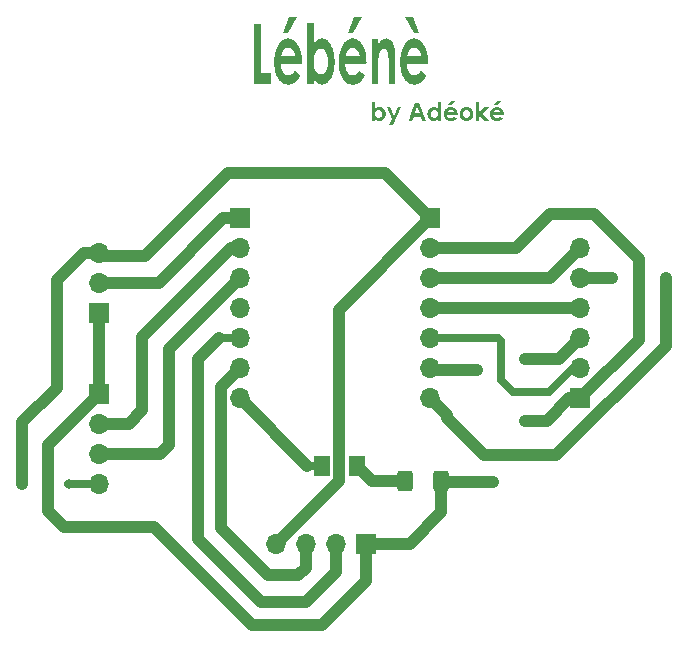
<source format=gbr>
%TF.GenerationSoftware,KiCad,Pcbnew,7.0.1*%
%TF.CreationDate,2023-06-05T19:57:13+00:00*%
%TF.ProjectId,Circuit test,43697263-7569-4742-9074-6573742e6b69,rev?*%
%TF.SameCoordinates,Original*%
%TF.FileFunction,Copper,L1,Top*%
%TF.FilePolarity,Positive*%
%FSLAX46Y46*%
G04 Gerber Fmt 4.6, Leading zero omitted, Abs format (unit mm)*
G04 Created by KiCad (PCBNEW 7.0.1) date 2023-06-05 19:57:13*
%MOMM*%
%LPD*%
G01*
G04 APERTURE LIST*
G04 Aperture macros list*
%AMRoundRect*
0 Rectangle with rounded corners*
0 $1 Rounding radius*
0 $2 $3 $4 $5 $6 $7 $8 $9 X,Y pos of 4 corners*
0 Add a 4 corners polygon primitive as box body*
4,1,4,$2,$3,$4,$5,$6,$7,$8,$9,$2,$3,0*
0 Add four circle primitives for the rounded corners*
1,1,$1+$1,$2,$3*
1,1,$1+$1,$4,$5*
1,1,$1+$1,$6,$7*
1,1,$1+$1,$8,$9*
0 Add four rect primitives between the rounded corners*
20,1,$1+$1,$2,$3,$4,$5,0*
20,1,$1+$1,$4,$5,$6,$7,0*
20,1,$1+$1,$6,$7,$8,$9,0*
20,1,$1+$1,$8,$9,$2,$3,0*%
G04 Aperture macros list end*
%ADD10C,0.300000*%
%TA.AperFunction,NonConductor*%
%ADD11C,0.300000*%
%TD*%
%TA.AperFunction,SMDPad,CuDef*%
%ADD12RoundRect,0.250000X-0.400000X-0.625000X0.400000X-0.625000X0.400000X0.625000X-0.400000X0.625000X0*%
%TD*%
%TA.AperFunction,ComponentPad*%
%ADD13R,1.700000X1.700000*%
%TD*%
%TA.AperFunction,ComponentPad*%
%ADD14O,1.700000X1.700000*%
%TD*%
%TA.AperFunction,SMDPad,CuDef*%
%ADD15RoundRect,0.250001X0.462499X0.624999X-0.462499X0.624999X-0.462499X-0.624999X0.462499X-0.624999X0*%
%TD*%
%TA.AperFunction,ViaPad*%
%ADD16C,0.800000*%
%TD*%
%TA.AperFunction,Conductor*%
%ADD17C,1.000000*%
%TD*%
%TA.AperFunction,Conductor*%
%ADD18C,0.700000*%
%TD*%
G04 APERTURE END LIST*
D10*
D11*
G36*
X28286580Y58127251D02*
G01*
X28863237Y58127251D01*
X28863237Y53984892D01*
X29704410Y53984892D01*
X29704410Y53047000D01*
X28286580Y53047000D01*
X28286580Y58127251D01*
G37*
G36*
X31158820Y56876187D02*
G01*
X31191351Y56874566D01*
X31223495Y56871865D01*
X31255253Y56868083D01*
X31286624Y56863221D01*
X31317609Y56857279D01*
X31348208Y56850255D01*
X31378420Y56842152D01*
X31408246Y56832968D01*
X31437685Y56822703D01*
X31466738Y56811358D01*
X31495404Y56798932D01*
X31523685Y56785426D01*
X31579086Y56755172D01*
X31632941Y56720597D01*
X31685251Y56681699D01*
X31736016Y56638480D01*
X31785234Y56590938D01*
X31832908Y56539075D01*
X31879035Y56482889D01*
X31923617Y56422382D01*
X31966653Y56357553D01*
X31987592Y56323517D01*
X32027786Y56252983D01*
X32065387Y56179681D01*
X32100395Y56103613D01*
X32132810Y56024778D01*
X32162631Y55943176D01*
X32189859Y55858807D01*
X32214495Y55771672D01*
X32236536Y55681769D01*
X32246585Y55635780D01*
X32255985Y55589100D01*
X32264737Y55541728D01*
X32272841Y55493664D01*
X32280296Y55444909D01*
X32287103Y55395461D01*
X32293262Y55345322D01*
X32298773Y55294492D01*
X32303635Y55242969D01*
X32307849Y55190755D01*
X32311414Y55137849D01*
X32314332Y55084252D01*
X32316601Y55029963D01*
X32318221Y54974982D01*
X32319194Y54919309D01*
X32319518Y54862945D01*
X32317320Y54688311D01*
X30509678Y54688311D01*
X30515045Y54635265D01*
X30521436Y54583592D01*
X30528853Y54533294D01*
X30537293Y54484369D01*
X30546759Y54436818D01*
X30557249Y54390640D01*
X30574905Y54323951D01*
X30594867Y54260352D01*
X30617134Y54199845D01*
X30641707Y54142429D01*
X30668585Y54088104D01*
X30697769Y54036870D01*
X30718506Y54004431D01*
X30751204Y53959037D01*
X30785551Y53918107D01*
X30821546Y53881642D01*
X30859190Y53849643D01*
X30898483Y53822108D01*
X30939424Y53799038D01*
X30982014Y53780434D01*
X31011323Y53770512D01*
X31041365Y53762574D01*
X31072139Y53756620D01*
X31103647Y53752651D01*
X31135887Y53750667D01*
X31152281Y53750419D01*
X31191408Y53751969D01*
X31229836Y53756620D01*
X31267566Y53764372D01*
X31304597Y53775225D01*
X31340930Y53789178D01*
X31376565Y53806232D01*
X31411501Y53826387D01*
X31445739Y53849643D01*
X31479279Y53875999D01*
X31512120Y53905456D01*
X31544263Y53938014D01*
X31575707Y53973672D01*
X31606453Y54012431D01*
X31636501Y54054291D01*
X31665850Y54099252D01*
X31694501Y54147314D01*
X32168576Y53780949D01*
X32146136Y53729892D01*
X32123147Y53680523D01*
X32099608Y53632844D01*
X32075519Y53586853D01*
X32050881Y53542550D01*
X32025694Y53499936D01*
X31999957Y53459011D01*
X31973670Y53419775D01*
X31946834Y53382228D01*
X31919448Y53346369D01*
X31891513Y53312199D01*
X31863028Y53279717D01*
X31833994Y53248924D01*
X31804410Y53219820D01*
X31774276Y53192405D01*
X31743593Y53166678D01*
X31712364Y53142722D01*
X31680407Y53120311D01*
X31647723Y53099445D01*
X31614313Y53080125D01*
X31580175Y53062351D01*
X31545310Y53046122D01*
X31509718Y53031439D01*
X31473400Y53018301D01*
X31436354Y53006709D01*
X31398581Y52996663D01*
X31360082Y52988162D01*
X31320855Y52981207D01*
X31280901Y52975797D01*
X31240220Y52971933D01*
X31198813Y52969615D01*
X31156678Y52968842D01*
X31123896Y52969380D01*
X31091496Y52970993D01*
X31059479Y52973683D01*
X31027844Y52977448D01*
X30996590Y52982288D01*
X30965719Y52988205D01*
X30935230Y52995197D01*
X30905123Y53003265D01*
X30875398Y53012408D01*
X30846055Y53022628D01*
X30817095Y53033923D01*
X30788516Y53046293D01*
X30760320Y53059740D01*
X30705073Y53089860D01*
X30651355Y53124283D01*
X30599165Y53163009D01*
X30548504Y53206038D01*
X30499371Y53253369D01*
X30451766Y53305004D01*
X30405690Y53360941D01*
X30361143Y53421181D01*
X30318124Y53485724D01*
X30297187Y53519609D01*
X30257082Y53589696D01*
X30219564Y53661957D01*
X30184633Y53736394D01*
X30152290Y53813006D01*
X30122535Y53891794D01*
X30095366Y53972756D01*
X30070786Y54055894D01*
X30048792Y54141207D01*
X30029386Y54228696D01*
X30012568Y54318360D01*
X29998337Y54410199D01*
X29986693Y54504213D01*
X29977637Y54600403D01*
X29974080Y54649314D01*
X29971169Y54698768D01*
X29968905Y54748766D01*
X29967288Y54799308D01*
X29966317Y54850394D01*
X29965994Y54902024D01*
X29966317Y54954940D01*
X29967285Y55007292D01*
X29968898Y55059078D01*
X29971157Y55110298D01*
X29974062Y55160954D01*
X29977612Y55211044D01*
X29981807Y55260568D01*
X29986648Y55309528D01*
X29992134Y55357922D01*
X29996468Y55391731D01*
X30534591Y55391731D01*
X31752386Y55391731D01*
X31740992Y55449319D01*
X31727691Y55504846D01*
X31712484Y55558312D01*
X31695371Y55609718D01*
X31676351Y55659062D01*
X31655426Y55706346D01*
X31632594Y55751569D01*
X31607855Y55794732D01*
X31581211Y55835833D01*
X31552660Y55874874D01*
X31532568Y55899756D01*
X31501467Y55934675D01*
X31469438Y55966159D01*
X31436483Y55994209D01*
X31402600Y56018824D01*
X31367789Y56040005D01*
X31332052Y56057751D01*
X31295387Y56072062D01*
X31257794Y56082938D01*
X31219275Y56090380D01*
X31179827Y56094387D01*
X31153014Y56095150D01*
X31109422Y56093218D01*
X31066847Y56087422D01*
X31025290Y56077762D01*
X30984750Y56064238D01*
X30945228Y56046850D01*
X30906723Y56025598D01*
X30869236Y56000482D01*
X30832766Y55971502D01*
X30797314Y55938658D01*
X30762879Y55901950D01*
X30740488Y55875332D01*
X30712908Y55837856D01*
X30685854Y55793816D01*
X30665909Y55756478D01*
X30646261Y55715448D01*
X30626909Y55670726D01*
X30607853Y55622311D01*
X30589093Y55570205D01*
X30570629Y55514406D01*
X30552462Y55454914D01*
X30534591Y55391731D01*
X29996468Y55391731D01*
X29998265Y55405751D01*
X30012465Y55499713D01*
X30029246Y55591414D01*
X30048609Y55680853D01*
X30070554Y55768032D01*
X30095080Y55852949D01*
X30122188Y55935605D01*
X30151878Y56016000D01*
X30184150Y56094134D01*
X30219003Y56170007D01*
X30256438Y56243618D01*
X30296454Y56314969D01*
X30317317Y56349530D01*
X30360022Y56415361D01*
X30404031Y56476804D01*
X30449346Y56533857D01*
X30495966Y56586522D01*
X30543891Y56634798D01*
X30593121Y56678686D01*
X30643656Y56718184D01*
X30695497Y56753294D01*
X30748642Y56784015D01*
X30803093Y56810348D01*
X30858849Y56832291D01*
X30915911Y56849846D01*
X30944931Y56856978D01*
X30974277Y56863013D01*
X31003950Y56867950D01*
X31033949Y56871790D01*
X31064274Y56874533D01*
X31094925Y56876179D01*
X31125903Y56876727D01*
X31158820Y56876187D01*
G37*
G36*
X31146420Y57345674D02*
G01*
X30742686Y57345674D01*
X31235080Y58674355D01*
X31901130Y58674355D01*
X31146420Y57345674D01*
G37*
G36*
X33316762Y56372366D02*
G01*
X33345557Y56418648D01*
X33374790Y56462698D01*
X33404461Y56504515D01*
X33434571Y56544099D01*
X33465118Y56581451D01*
X33496103Y56616571D01*
X33527525Y56649457D01*
X33559386Y56680112D01*
X33591685Y56708534D01*
X33624422Y56734723D01*
X33646489Y56750942D01*
X33679956Y56773421D01*
X33713860Y56793690D01*
X33748203Y56811747D01*
X33782983Y56827593D01*
X33818201Y56841227D01*
X33853857Y56852651D01*
X33889951Y56861864D01*
X33926483Y56868866D01*
X33963453Y56873656D01*
X34000861Y56876236D01*
X34026043Y56876727D01*
X34080391Y56874576D01*
X34133708Y56868122D01*
X34185995Y56857364D01*
X34237252Y56842304D01*
X34287478Y56822941D01*
X34336674Y56799276D01*
X34384839Y56771307D01*
X34431974Y56739035D01*
X34478079Y56702461D01*
X34523153Y56661584D01*
X34567197Y56616404D01*
X34610211Y56566921D01*
X34652194Y56513135D01*
X34693146Y56455046D01*
X34733069Y56392654D01*
X34771960Y56325960D01*
X34809138Y56256050D01*
X34843917Y56183707D01*
X34876297Y56108932D01*
X34906279Y56031723D01*
X34933862Y55952082D01*
X34959047Y55870008D01*
X34981833Y55785501D01*
X35002220Y55698561D01*
X35020209Y55609188D01*
X35035800Y55517382D01*
X35048992Y55423144D01*
X35054688Y55375112D01*
X35059785Y55326472D01*
X35064283Y55277224D01*
X35068180Y55227368D01*
X35071478Y55176903D01*
X35074177Y55125831D01*
X35076275Y55074150D01*
X35077774Y55021860D01*
X35078674Y54968963D01*
X35078974Y54915457D01*
X35078664Y54863896D01*
X35077734Y54812861D01*
X35076185Y54762354D01*
X35074016Y54712373D01*
X35071228Y54662920D01*
X35067820Y54613994D01*
X35063792Y54565595D01*
X35053877Y54470378D01*
X35041484Y54377270D01*
X35026611Y54286271D01*
X35009261Y54197380D01*
X34989431Y54110597D01*
X34967123Y54025923D01*
X34942336Y53943358D01*
X34915071Y53862901D01*
X34885327Y53784552D01*
X34853104Y53708312D01*
X34818402Y53634181D01*
X34781222Y53562158D01*
X34761702Y53526937D01*
X34721582Y53459355D01*
X34680541Y53396133D01*
X34638578Y53337272D01*
X34595693Y53282770D01*
X34551887Y53232629D01*
X34507159Y53186848D01*
X34461510Y53145427D01*
X34414938Y53108366D01*
X34367446Y53075665D01*
X34319031Y53047324D01*
X34269695Y53023343D01*
X34219437Y53003723D01*
X34168258Y52988462D01*
X34116157Y52977562D01*
X34063134Y52971022D01*
X34009190Y52968842D01*
X33973152Y52969840D01*
X33937577Y52972835D01*
X33902466Y52977826D01*
X33867819Y52984813D01*
X33833636Y52993797D01*
X33799916Y53004777D01*
X33766660Y53017754D01*
X33733867Y53032727D01*
X33701538Y53049696D01*
X33669673Y53068662D01*
X33648688Y53082415D01*
X33617383Y53104965D01*
X33586117Y53130028D01*
X33554889Y53157602D01*
X33523700Y53187687D01*
X33492550Y53220284D01*
X33461438Y53255393D01*
X33430365Y53293013D01*
X33399331Y53333145D01*
X33368335Y53375789D01*
X33337378Y53420944D01*
X33316762Y53452443D01*
X33316762Y53047000D01*
X32758422Y53047000D01*
X32758422Y54932554D01*
X33292581Y54932554D01*
X33293266Y54871618D01*
X33295318Y54812150D01*
X33298738Y54754152D01*
X33303527Y54697623D01*
X33309683Y54642564D01*
X33317208Y54588973D01*
X33326101Y54536852D01*
X33336362Y54486200D01*
X33347991Y54437018D01*
X33360989Y54389305D01*
X33375354Y54343061D01*
X33391088Y54298286D01*
X33408189Y54254981D01*
X33426659Y54213145D01*
X33446497Y54172778D01*
X33467704Y54133880D01*
X33489949Y54096910D01*
X33512904Y54062325D01*
X33536569Y54030125D01*
X33560943Y54000310D01*
X33586028Y53972880D01*
X33611822Y53947836D01*
X33638326Y53925177D01*
X33665540Y53904903D01*
X33693464Y53887014D01*
X33722098Y53871510D01*
X33751441Y53858391D01*
X33781495Y53847658D01*
X33812258Y53839310D01*
X33843731Y53833347D01*
X33875914Y53829769D01*
X33908806Y53828577D01*
X33940637Y53829788D01*
X33971832Y53833423D01*
X34002392Y53839482D01*
X34032317Y53847963D01*
X34061606Y53858868D01*
X34090260Y53872197D01*
X34118278Y53887949D01*
X34145661Y53906124D01*
X34172408Y53926722D01*
X34198520Y53949744D01*
X34223997Y53975189D01*
X34248838Y54003058D01*
X34273044Y54033349D01*
X34296614Y54066065D01*
X34319549Y54101203D01*
X34341849Y54138765D01*
X34363232Y54178206D01*
X34383236Y54218984D01*
X34401861Y54261096D01*
X34419106Y54304545D01*
X34434971Y54349329D01*
X34449457Y54395449D01*
X34462563Y54442905D01*
X34474289Y54491696D01*
X34484636Y54541823D01*
X34493604Y54593286D01*
X34501191Y54646084D01*
X34507400Y54700218D01*
X34512228Y54755688D01*
X34515677Y54812494D01*
X34517747Y54870635D01*
X34518436Y54930112D01*
X34517761Y54988978D01*
X34515734Y55046509D01*
X34512357Y55102704D01*
X34507629Y55157563D01*
X34501549Y55211087D01*
X34494119Y55263274D01*
X34485338Y55314126D01*
X34475205Y55363643D01*
X34463722Y55411824D01*
X34450888Y55458669D01*
X34436703Y55504178D01*
X34421167Y55548352D01*
X34404280Y55591189D01*
X34386041Y55632692D01*
X34366452Y55672858D01*
X34345512Y55711689D01*
X34323542Y55748659D01*
X34300862Y55783244D01*
X34277472Y55815444D01*
X34253372Y55845259D01*
X34228562Y55872689D01*
X34203043Y55897733D01*
X34176813Y55920393D01*
X34149874Y55940667D01*
X34122225Y55958556D01*
X34093866Y55974059D01*
X34064797Y55987178D01*
X34035019Y55997911D01*
X34004530Y56006259D01*
X33973332Y56012222D01*
X33941424Y56015800D01*
X33908806Y56016993D01*
X33875914Y56015819D01*
X33843731Y56012298D01*
X33812258Y56006431D01*
X33781495Y55998216D01*
X33751441Y55987655D01*
X33722098Y55974746D01*
X33693464Y55959491D01*
X33665540Y55941888D01*
X33638326Y55921938D01*
X33611822Y55899641D01*
X33586028Y55874998D01*
X33560943Y55848007D01*
X33536569Y55818669D01*
X33512904Y55786984D01*
X33489949Y55752953D01*
X33467704Y55716574D01*
X33446497Y55678449D01*
X33426659Y55638874D01*
X33408189Y55597849D01*
X33391088Y55555374D01*
X33375354Y55511448D01*
X33360989Y55466072D01*
X33347991Y55419246D01*
X33336362Y55370970D01*
X33326101Y55321244D01*
X33317208Y55270067D01*
X33309683Y55217441D01*
X33303527Y55163364D01*
X33298738Y55107837D01*
X33295318Y55050859D01*
X33293266Y54992432D01*
X33292581Y54932554D01*
X32758422Y54932554D01*
X32758422Y58205408D01*
X33316762Y58205408D01*
X33316762Y56372366D01*
G37*
G36*
X36619113Y56876187D02*
G01*
X36651644Y56874566D01*
X36683788Y56871865D01*
X36715546Y56868083D01*
X36746917Y56863221D01*
X36777902Y56857279D01*
X36808501Y56850255D01*
X36838713Y56842152D01*
X36868539Y56832968D01*
X36897978Y56822703D01*
X36927031Y56811358D01*
X36955698Y56798932D01*
X36983978Y56785426D01*
X37039379Y56755172D01*
X37093234Y56720597D01*
X37145544Y56681699D01*
X37196309Y56638480D01*
X37245527Y56590938D01*
X37293201Y56539075D01*
X37339328Y56482889D01*
X37383910Y56422382D01*
X37426946Y56357553D01*
X37447885Y56323517D01*
X37488079Y56252983D01*
X37525680Y56179681D01*
X37560688Y56103613D01*
X37593103Y56024778D01*
X37622924Y55943176D01*
X37650152Y55858807D01*
X37674788Y55771672D01*
X37696830Y55681769D01*
X37706878Y55635780D01*
X37716278Y55589100D01*
X37725030Y55541728D01*
X37733134Y55493664D01*
X37740589Y55444909D01*
X37747396Y55395461D01*
X37753555Y55345322D01*
X37759066Y55294492D01*
X37763928Y55242969D01*
X37768142Y55190755D01*
X37771707Y55137849D01*
X37774625Y55084252D01*
X37776894Y55029963D01*
X37778514Y54974982D01*
X37779487Y54919309D01*
X37779811Y54862945D01*
X37777613Y54688311D01*
X35969972Y54688311D01*
X35975338Y54635265D01*
X35981730Y54583592D01*
X35989146Y54533294D01*
X35997586Y54484369D01*
X36007052Y54436818D01*
X36017542Y54390640D01*
X36035198Y54323951D01*
X36055160Y54260352D01*
X36077427Y54199845D01*
X36102000Y54142429D01*
X36128879Y54088104D01*
X36158062Y54036870D01*
X36178799Y54004431D01*
X36211497Y53959037D01*
X36245844Y53918107D01*
X36281839Y53881642D01*
X36319483Y53849643D01*
X36358776Y53822108D01*
X36399717Y53799038D01*
X36442307Y53780434D01*
X36471616Y53770512D01*
X36501658Y53762574D01*
X36532432Y53756620D01*
X36563940Y53752651D01*
X36596180Y53750667D01*
X36612575Y53750419D01*
X36651701Y53751969D01*
X36690129Y53756620D01*
X36727859Y53764372D01*
X36764890Y53775225D01*
X36801223Y53789178D01*
X36836858Y53806232D01*
X36871794Y53826387D01*
X36906032Y53849643D01*
X36939572Y53875999D01*
X36972413Y53905456D01*
X37004556Y53938014D01*
X37036000Y53973672D01*
X37066746Y54012431D01*
X37096794Y54054291D01*
X37126143Y54099252D01*
X37154794Y54147314D01*
X37628869Y53780949D01*
X37606429Y53729892D01*
X37583440Y53680523D01*
X37559901Y53632844D01*
X37535812Y53586853D01*
X37511174Y53542550D01*
X37485987Y53499936D01*
X37460250Y53459011D01*
X37433963Y53419775D01*
X37407127Y53382228D01*
X37379741Y53346369D01*
X37351806Y53312199D01*
X37323321Y53279717D01*
X37294287Y53248924D01*
X37264703Y53219820D01*
X37234569Y53192405D01*
X37203886Y53166678D01*
X37172657Y53142722D01*
X37140700Y53120311D01*
X37108016Y53099445D01*
X37074606Y53080125D01*
X37040468Y53062351D01*
X37005603Y53046122D01*
X36970012Y53031439D01*
X36933693Y53018301D01*
X36896647Y53006709D01*
X36858874Y52996663D01*
X36820375Y52988162D01*
X36781148Y52981207D01*
X36741194Y52975797D01*
X36700513Y52971933D01*
X36659106Y52969615D01*
X36616971Y52968842D01*
X36584189Y52969380D01*
X36551790Y52970993D01*
X36519772Y52973683D01*
X36488137Y52977448D01*
X36456883Y52982288D01*
X36426012Y52988205D01*
X36395523Y52995197D01*
X36365416Y53003265D01*
X36335691Y53012408D01*
X36306348Y53022628D01*
X36277388Y53033923D01*
X36248809Y53046293D01*
X36220613Y53059740D01*
X36165366Y53089860D01*
X36111648Y53124283D01*
X36059458Y53163009D01*
X36008797Y53206038D01*
X35959664Y53253369D01*
X35912060Y53305004D01*
X35865984Y53360941D01*
X35821436Y53421181D01*
X35778417Y53485724D01*
X35757480Y53519609D01*
X35717375Y53589696D01*
X35679857Y53661957D01*
X35644926Y53736394D01*
X35612583Y53813006D01*
X35582828Y53891794D01*
X35555659Y53972756D01*
X35531079Y54055894D01*
X35509085Y54141207D01*
X35489679Y54228696D01*
X35472861Y54318360D01*
X35458630Y54410199D01*
X35446987Y54504213D01*
X35437931Y54600403D01*
X35434373Y54649314D01*
X35431462Y54698768D01*
X35429198Y54748766D01*
X35427581Y54799308D01*
X35426610Y54850394D01*
X35426287Y54902024D01*
X35426610Y54954940D01*
X35427578Y55007292D01*
X35429191Y55059078D01*
X35431450Y55110298D01*
X35434355Y55160954D01*
X35437905Y55211044D01*
X35442100Y55260568D01*
X35446941Y55309528D01*
X35452427Y55357922D01*
X35456762Y55391731D01*
X35994884Y55391731D01*
X37212679Y55391731D01*
X37201285Y55449319D01*
X37187984Y55504846D01*
X37172777Y55558312D01*
X37155664Y55609718D01*
X37136644Y55659062D01*
X37115719Y55706346D01*
X37092887Y55751569D01*
X37068148Y55794732D01*
X37041504Y55835833D01*
X37012953Y55874874D01*
X36992861Y55899756D01*
X36961760Y55934675D01*
X36929731Y55966159D01*
X36896776Y55994209D01*
X36862893Y56018824D01*
X36828083Y56040005D01*
X36792345Y56057751D01*
X36755680Y56072062D01*
X36718087Y56082938D01*
X36679568Y56090380D01*
X36640121Y56094387D01*
X36613307Y56095150D01*
X36569715Y56093218D01*
X36527140Y56087422D01*
X36485583Y56077762D01*
X36445043Y56064238D01*
X36405521Y56046850D01*
X36367016Y56025598D01*
X36329529Y56000482D01*
X36293059Y55971502D01*
X36257607Y55938658D01*
X36223172Y55901950D01*
X36200781Y55875332D01*
X36173201Y55837856D01*
X36146147Y55793816D01*
X36126202Y55756478D01*
X36106554Y55715448D01*
X36087202Y55670726D01*
X36068146Y55622311D01*
X36049386Y55570205D01*
X36030923Y55514406D01*
X36012755Y55454914D01*
X35994884Y55391731D01*
X35456762Y55391731D01*
X35458559Y55405751D01*
X35472758Y55499713D01*
X35489539Y55591414D01*
X35508902Y55680853D01*
X35530847Y55768032D01*
X35555373Y55852949D01*
X35582481Y55935605D01*
X35612171Y56016000D01*
X35644443Y56094134D01*
X35679296Y56170007D01*
X35716731Y56243618D01*
X35756748Y56314969D01*
X35777610Y56349530D01*
X35820315Y56415361D01*
X35864324Y56476804D01*
X35909639Y56533857D01*
X35956259Y56586522D01*
X36004184Y56634798D01*
X36053414Y56678686D01*
X36103949Y56718184D01*
X36155790Y56753294D01*
X36208936Y56784015D01*
X36263386Y56810348D01*
X36319142Y56832291D01*
X36376204Y56849846D01*
X36405224Y56856978D01*
X36434570Y56863013D01*
X36464243Y56867950D01*
X36494242Y56871790D01*
X36524567Y56874533D01*
X36555218Y56876179D01*
X36586196Y56876727D01*
X36619113Y56876187D01*
G37*
G36*
X36606713Y57345674D02*
G01*
X36202979Y57345674D01*
X36695373Y58674355D01*
X37361423Y58674355D01*
X36606713Y57345674D01*
G37*
G36*
X38218715Y56798570D02*
G01*
X38779253Y56798570D01*
X38779253Y56406560D01*
X38803107Y56438903D01*
X38826674Y56469987D01*
X38849955Y56499811D01*
X38884341Y56542186D01*
X38918082Y56581728D01*
X38951179Y56618436D01*
X38983633Y56652310D01*
X39015442Y56683351D01*
X39046607Y56711558D01*
X39077128Y56736932D01*
X39107006Y56759472D01*
X39126566Y56772924D01*
X39155757Y56791475D01*
X39185076Y56808201D01*
X39214524Y56823102D01*
X39244100Y56836179D01*
X39273806Y56847431D01*
X39303640Y56856859D01*
X39333603Y56864462D01*
X39363695Y56870240D01*
X39393916Y56874193D01*
X39424266Y56876322D01*
X39444570Y56876727D01*
X39485941Y56875210D01*
X39526521Y56870659D01*
X39566312Y56863075D01*
X39605313Y56852456D01*
X39643523Y56838803D01*
X39680944Y56822116D01*
X39717575Y56802395D01*
X39753415Y56779641D01*
X39788466Y56753852D01*
X39822727Y56725030D01*
X39856198Y56693173D01*
X39888879Y56658283D01*
X39920769Y56620358D01*
X39951870Y56579400D01*
X39982181Y56535408D01*
X40011702Y56488381D01*
X40035393Y56446078D01*
X40057555Y56401293D01*
X40078189Y56354029D01*
X40097294Y56304283D01*
X40114871Y56252057D01*
X40130919Y56197351D01*
X40145439Y56140163D01*
X40158431Y56080496D01*
X40169894Y56018347D01*
X40179829Y55953718D01*
X40188235Y55886609D01*
X40195113Y55817019D01*
X40200463Y55744948D01*
X40204284Y55670397D01*
X40206577Y55593365D01*
X40207341Y55513852D01*
X40207341Y53047000D01*
X39651200Y53047000D01*
X39651200Y54680984D01*
X39651060Y54762729D01*
X39650639Y54840963D01*
X39649938Y54915686D01*
X39648956Y54986898D01*
X39647694Y55054599D01*
X39646151Y55118789D01*
X39644328Y55179469D01*
X39642224Y55236637D01*
X39639840Y55290294D01*
X39637175Y55340440D01*
X39632652Y55409076D01*
X39627498Y55469812D01*
X39621712Y55522649D01*
X39615296Y55567586D01*
X39605473Y55620899D01*
X39593955Y55670931D01*
X39580743Y55717681D01*
X39565837Y55761148D01*
X39544821Y55810867D01*
X39521158Y55855458D01*
X39494847Y55894921D01*
X39489267Y55902198D01*
X39460294Y55935269D01*
X39429246Y55962734D01*
X39396123Y55984595D01*
X39360925Y56000850D01*
X39331272Y56009818D01*
X39300292Y56015199D01*
X39267983Y56016993D01*
X39236259Y56015318D01*
X39205386Y56010295D01*
X39175363Y56001923D01*
X39146190Y55990202D01*
X39117866Y55975133D01*
X39090393Y55956714D01*
X39063770Y55934947D01*
X39037998Y55909831D01*
X39013075Y55881366D01*
X38989002Y55849553D01*
X38973426Y55826483D01*
X38951146Y55789704D01*
X38930192Y55750348D01*
X38910565Y55708416D01*
X38892265Y55663909D01*
X38875291Y55616825D01*
X38859644Y55567166D01*
X38845324Y55514930D01*
X38832330Y55460119D01*
X38820663Y55402731D01*
X38810322Y55342768D01*
X38804166Y55301361D01*
X38798327Y55251329D01*
X38793266Y55188551D01*
X38789982Y55133103D01*
X38787135Y55070485D01*
X38784727Y55000697D01*
X38783364Y54950188D01*
X38782197Y54896493D01*
X38781223Y54839611D01*
X38780445Y54779542D01*
X38779861Y54716287D01*
X38779472Y54649846D01*
X38779277Y54580217D01*
X38779253Y54544208D01*
X38779253Y53047000D01*
X38218715Y53047000D01*
X38218715Y56798570D01*
G37*
G36*
X41827348Y56876187D02*
G01*
X41859878Y56874566D01*
X41892022Y56871865D01*
X41923780Y56868083D01*
X41955152Y56863221D01*
X41986137Y56857279D01*
X42016735Y56850255D01*
X42046947Y56842152D01*
X42076773Y56832968D01*
X42106212Y56822703D01*
X42135265Y56811358D01*
X42163932Y56798932D01*
X42192212Y56785426D01*
X42247613Y56755172D01*
X42301469Y56720597D01*
X42353779Y56681699D01*
X42404543Y56638480D01*
X42453762Y56590938D01*
X42501435Y56539075D01*
X42547563Y56482889D01*
X42592145Y56422382D01*
X42635181Y56357553D01*
X42656120Y56323517D01*
X42696314Y56252983D01*
X42733915Y56179681D01*
X42768923Y56103613D01*
X42801337Y56024778D01*
X42831159Y55943176D01*
X42858387Y55858807D01*
X42883022Y55771672D01*
X42905064Y55681769D01*
X42915113Y55635780D01*
X42924513Y55589100D01*
X42933265Y55541728D01*
X42941368Y55493664D01*
X42948824Y55444909D01*
X42955631Y55395461D01*
X42961790Y55345322D01*
X42967300Y55294492D01*
X42972162Y55242969D01*
X42976376Y55190755D01*
X42979942Y55137849D01*
X42982859Y55084252D01*
X42985128Y55029963D01*
X42986749Y54974982D01*
X42987721Y54919309D01*
X42988046Y54862945D01*
X42985847Y54688311D01*
X41178206Y54688311D01*
X41183573Y54635265D01*
X41189964Y54583592D01*
X41197380Y54533294D01*
X41205821Y54484369D01*
X41215286Y54436818D01*
X41225776Y54390640D01*
X41243432Y54323951D01*
X41263394Y54260352D01*
X41285662Y54199845D01*
X41310235Y54142429D01*
X41337113Y54088104D01*
X41366297Y54036870D01*
X41387034Y54004431D01*
X41419732Y53959037D01*
X41454078Y53918107D01*
X41490074Y53881642D01*
X41527718Y53849643D01*
X41567010Y53822108D01*
X41607951Y53799038D01*
X41650541Y53780434D01*
X41679850Y53770512D01*
X41709892Y53762574D01*
X41740667Y53756620D01*
X41772174Y53752651D01*
X41804414Y53750667D01*
X41820809Y53750419D01*
X41859936Y53751969D01*
X41898364Y53756620D01*
X41936094Y53764372D01*
X41973125Y53775225D01*
X42009458Y53789178D01*
X42045093Y53806232D01*
X42080029Y53826387D01*
X42114267Y53849643D01*
X42147806Y53875999D01*
X42180647Y53905456D01*
X42212790Y53938014D01*
X42244234Y53973672D01*
X42274980Y54012431D01*
X42305028Y54054291D01*
X42334377Y54099252D01*
X42363028Y54147314D01*
X42837103Y53780949D01*
X42814664Y53729892D01*
X42791674Y53680523D01*
X42768135Y53632844D01*
X42744047Y53586853D01*
X42719409Y53542550D01*
X42694221Y53499936D01*
X42668484Y53459011D01*
X42642198Y53419775D01*
X42615362Y53382228D01*
X42587976Y53346369D01*
X42560040Y53312199D01*
X42531556Y53279717D01*
X42502521Y53248924D01*
X42472937Y53219820D01*
X42442804Y53192405D01*
X42412121Y53166678D01*
X42380891Y53142722D01*
X42348935Y53120311D01*
X42316251Y53099445D01*
X42282840Y53080125D01*
X42248702Y53062351D01*
X42213838Y53046122D01*
X42178246Y53031439D01*
X42141927Y53018301D01*
X42104882Y53006709D01*
X42067109Y52996663D01*
X42028609Y52988162D01*
X41989382Y52981207D01*
X41949429Y52975797D01*
X41908748Y52971933D01*
X41867340Y52969615D01*
X41825205Y52968842D01*
X41792424Y52969380D01*
X41760024Y52970993D01*
X41728006Y52973683D01*
X41696371Y52977448D01*
X41665118Y52982288D01*
X41634247Y52988205D01*
X41603757Y52995197D01*
X41573650Y53003265D01*
X41543926Y53012408D01*
X41514583Y53022628D01*
X41485622Y53033923D01*
X41457044Y53046293D01*
X41428847Y53059740D01*
X41373601Y53089860D01*
X41319882Y53124283D01*
X41267693Y53163009D01*
X41217031Y53206038D01*
X41167898Y53253369D01*
X41120294Y53305004D01*
X41074218Y53360941D01*
X41029670Y53421181D01*
X40986651Y53485724D01*
X40965715Y53519609D01*
X40925609Y53589696D01*
X40888091Y53661957D01*
X40853161Y53736394D01*
X40820818Y53813006D01*
X40791062Y53891794D01*
X40763894Y53972756D01*
X40739313Y54055894D01*
X40717320Y54141207D01*
X40697914Y54228696D01*
X40681096Y54318360D01*
X40666865Y54410199D01*
X40655221Y54504213D01*
X40646165Y54600403D01*
X40642607Y54649314D01*
X40639696Y54698768D01*
X40637432Y54748766D01*
X40635815Y54799308D01*
X40634845Y54850394D01*
X40634521Y54902024D01*
X40634844Y54954940D01*
X40635812Y55007292D01*
X40637426Y55059078D01*
X40639685Y55110298D01*
X40642589Y55160954D01*
X40646139Y55211044D01*
X40650335Y55260568D01*
X40655175Y55309528D01*
X40660661Y55357922D01*
X40664996Y55391731D01*
X41203119Y55391731D01*
X42420914Y55391731D01*
X42409519Y55449319D01*
X42396218Y55504846D01*
X42381011Y55558312D01*
X42363898Y55609718D01*
X42344879Y55659062D01*
X42323953Y55706346D01*
X42301121Y55751569D01*
X42276383Y55794732D01*
X42249739Y55835833D01*
X42221188Y55874874D01*
X42201095Y55899756D01*
X42169994Y55934675D01*
X42137966Y55966159D01*
X42105010Y55994209D01*
X42071127Y56018824D01*
X42036317Y56040005D01*
X42000579Y56057751D01*
X41963914Y56072062D01*
X41926322Y56082938D01*
X41887802Y56090380D01*
X41848355Y56094387D01*
X41821542Y56095150D01*
X41777949Y56093218D01*
X41735375Y56087422D01*
X41693817Y56077762D01*
X41653277Y56064238D01*
X41613755Y56046850D01*
X41575250Y56025598D01*
X41537763Y56000482D01*
X41501294Y55971502D01*
X41465841Y55938658D01*
X41431407Y55901950D01*
X41409016Y55875332D01*
X41381435Y55837856D01*
X41354381Y55793816D01*
X41334437Y55756478D01*
X41314788Y55715448D01*
X41295436Y55670726D01*
X41276380Y55622311D01*
X41257621Y55570205D01*
X41239157Y55514406D01*
X41220990Y55454914D01*
X41203119Y55391731D01*
X40664996Y55391731D01*
X40666793Y55405751D01*
X40680992Y55499713D01*
X40697774Y55591414D01*
X40717137Y55680853D01*
X40739081Y55768032D01*
X40763608Y55852949D01*
X40790716Y55935605D01*
X40820406Y56016000D01*
X40852677Y56094134D01*
X40887530Y56170007D01*
X40924965Y56243618D01*
X40964982Y56314969D01*
X40985845Y56349530D01*
X41028549Y56415361D01*
X41072559Y56476804D01*
X41117873Y56533857D01*
X41164493Y56586522D01*
X41212418Y56634798D01*
X41261648Y56678686D01*
X41312184Y56718184D01*
X41364024Y56753294D01*
X41417170Y56784015D01*
X41471621Y56810348D01*
X41527377Y56832291D01*
X41584438Y56849846D01*
X41613458Y56856978D01*
X41642805Y56863013D01*
X41672477Y56867950D01*
X41702476Y56871790D01*
X41732801Y56874533D01*
X41763453Y56876179D01*
X41794431Y56876727D01*
X41827348Y56876187D01*
G37*
G36*
X42198897Y57345674D02*
G01*
X41795163Y57345674D01*
X41040453Y58674355D01*
X41706503Y58674355D01*
X42198897Y57345674D01*
G37*
D10*
D11*
G36*
X38521318Y50909609D02*
G01*
X38535716Y50923494D01*
X38550333Y50936709D01*
X38565168Y50949254D01*
X38580223Y50961129D01*
X38595496Y50972335D01*
X38610989Y50982871D01*
X38626700Y50992737D01*
X38642631Y51001933D01*
X38658780Y51010460D01*
X38675148Y51018317D01*
X38686182Y51023182D01*
X38702916Y51029926D01*
X38719868Y51036007D01*
X38737039Y51041424D01*
X38754429Y51046177D01*
X38772038Y51050268D01*
X38789866Y51053695D01*
X38807913Y51056459D01*
X38826179Y51058559D01*
X38844664Y51059997D01*
X38863368Y51060770D01*
X38875959Y51060918D01*
X38903133Y51060272D01*
X38929792Y51058336D01*
X38955935Y51055109D01*
X38981564Y51050591D01*
X39006677Y51044782D01*
X39031275Y51037682D01*
X39055357Y51029292D01*
X39078925Y51019610D01*
X39101977Y51008638D01*
X39124514Y50996375D01*
X39146536Y50982821D01*
X39168043Y50967976D01*
X39189034Y50951840D01*
X39209511Y50934413D01*
X39229472Y50915696D01*
X39248918Y50895688D01*
X39267507Y50874715D01*
X39284896Y50853012D01*
X39301086Y50830579D01*
X39316077Y50807417D01*
X39329869Y50783524D01*
X39342461Y50758902D01*
X39353854Y50733550D01*
X39364048Y50707468D01*
X39373042Y50680656D01*
X39380838Y50653114D01*
X39387434Y50624843D01*
X39390282Y50610433D01*
X39392830Y50595841D01*
X39395079Y50581067D01*
X39397028Y50566110D01*
X39398677Y50550971D01*
X39400026Y50535649D01*
X39401075Y50520145D01*
X39401825Y50504458D01*
X39402275Y50488589D01*
X39402424Y50472537D01*
X39402270Y50457068D01*
X39401805Y50441758D01*
X39401030Y50426606D01*
X39399946Y50411612D01*
X39398552Y50396776D01*
X39396847Y50382098D01*
X39394834Y50367578D01*
X39389876Y50339013D01*
X39383679Y50311081D01*
X39376243Y50283781D01*
X39367568Y50257114D01*
X39357653Y50231079D01*
X39346499Y50205677D01*
X39334106Y50180907D01*
X39320473Y50156770D01*
X39305601Y50133265D01*
X39289489Y50110393D01*
X39272139Y50088154D01*
X39253549Y50066547D01*
X39243789Y50055981D01*
X39223729Y50035706D01*
X39203208Y50016740D01*
X39182227Y49999081D01*
X39160784Y49982731D01*
X39138881Y49967688D01*
X39116517Y49953954D01*
X39093692Y49941528D01*
X39070407Y49930409D01*
X39046660Y49920599D01*
X39022453Y49912097D01*
X38997785Y49904903D01*
X38972656Y49899016D01*
X38947067Y49894438D01*
X38921016Y49891168D01*
X38894505Y49889206D01*
X38867533Y49888552D01*
X38849514Y49888852D01*
X38831726Y49889750D01*
X38814171Y49891247D01*
X38796847Y49893344D01*
X38779755Y49896039D01*
X38762896Y49899333D01*
X38746268Y49903226D01*
X38729871Y49907718D01*
X38713707Y49912808D01*
X38697774Y49918498D01*
X38687281Y49922624D01*
X38671629Y49929389D01*
X38655996Y49936908D01*
X38640382Y49945180D01*
X38624788Y49954206D01*
X38609213Y49963985D01*
X38593657Y49974518D01*
X38578120Y49985804D01*
X38562603Y49997843D01*
X38547105Y50010636D01*
X38531627Y50024183D01*
X38521318Y50033632D01*
X38521318Y49912000D01*
X38242149Y49912000D01*
X38242149Y50477666D01*
X38509228Y50477666D01*
X38509570Y50459385D01*
X38510597Y50441545D01*
X38512307Y50424145D01*
X38514701Y50407187D01*
X38517779Y50390669D01*
X38521542Y50374592D01*
X38525988Y50358955D01*
X38531119Y50343760D01*
X38536933Y50329005D01*
X38543432Y50314691D01*
X38550615Y50300818D01*
X38558481Y50287385D01*
X38567032Y50274394D01*
X38576267Y50261843D01*
X38586186Y50249733D01*
X38596789Y50238064D01*
X38607912Y50226973D01*
X38619390Y50216597D01*
X38631222Y50206937D01*
X38643409Y50197993D01*
X38655952Y50189764D01*
X38668849Y50182250D01*
X38682101Y50175453D01*
X38695708Y50169370D01*
X38709670Y50164004D01*
X38723987Y50159353D01*
X38738658Y50155417D01*
X38753685Y50152197D01*
X38769067Y50149693D01*
X38784803Y50147904D01*
X38800894Y50146830D01*
X38817341Y50146473D01*
X38833256Y50146836D01*
X38848854Y50147927D01*
X38864134Y50149744D01*
X38879096Y50152289D01*
X38893741Y50155560D01*
X38908067Y50159559D01*
X38922077Y50164284D01*
X38935768Y50169737D01*
X38949142Y50175916D01*
X38962198Y50182823D01*
X38974936Y50190456D01*
X38987357Y50198817D01*
X38999460Y50207904D01*
X39011245Y50217719D01*
X39022712Y50228261D01*
X39033862Y50239529D01*
X39044554Y50251362D01*
X39054556Y50263595D01*
X39063868Y50276229D01*
X39072491Y50289263D01*
X39080423Y50302698D01*
X39087666Y50316534D01*
X39094219Y50330771D01*
X39100082Y50345408D01*
X39105256Y50360447D01*
X39109740Y50375885D01*
X39113533Y50391725D01*
X39116637Y50407965D01*
X39119052Y50424606D01*
X39120776Y50441648D01*
X39121811Y50459090D01*
X39122156Y50476933D01*
X39121818Y50494593D01*
X39120805Y50511852D01*
X39119116Y50528711D01*
X39116752Y50545169D01*
X39113712Y50561226D01*
X39109997Y50576882D01*
X39105606Y50592138D01*
X39100540Y50606993D01*
X39094799Y50621447D01*
X39088382Y50635500D01*
X39081289Y50649153D01*
X39073521Y50662405D01*
X39065077Y50675256D01*
X39055958Y50687707D01*
X39046164Y50699757D01*
X39035694Y50711406D01*
X39024709Y50722497D01*
X39013369Y50732873D01*
X39001673Y50742533D01*
X38989624Y50751477D01*
X38977219Y50759706D01*
X38964459Y50767220D01*
X38951344Y50774017D01*
X38937875Y50780100D01*
X38924050Y50785466D01*
X38909871Y50790117D01*
X38895336Y50794053D01*
X38880447Y50797273D01*
X38865203Y50799777D01*
X38849604Y50801566D01*
X38833650Y50802640D01*
X38817341Y50802997D01*
X38800894Y50802645D01*
X38784803Y50801589D01*
X38769067Y50799829D01*
X38753685Y50797365D01*
X38738658Y50794196D01*
X38723987Y50790323D01*
X38709670Y50785747D01*
X38695708Y50780466D01*
X38682101Y50774481D01*
X38668849Y50767792D01*
X38655952Y50760399D01*
X38643409Y50752302D01*
X38631222Y50743500D01*
X38619390Y50733995D01*
X38607912Y50723785D01*
X38596789Y50712872D01*
X38586186Y50701434D01*
X38576267Y50689562D01*
X38567032Y50677254D01*
X38558481Y50664512D01*
X38550615Y50651334D01*
X38543432Y50637721D01*
X38536933Y50623674D01*
X38531119Y50609191D01*
X38525988Y50594273D01*
X38521542Y50578920D01*
X38517779Y50563132D01*
X38514701Y50546909D01*
X38512307Y50530251D01*
X38510597Y50513157D01*
X38509570Y50495629D01*
X38509228Y50477666D01*
X38242149Y50477666D01*
X38242149Y51459522D01*
X38521318Y51459522D01*
X38521318Y50909609D01*
G37*
G36*
X39503907Y51037471D02*
G01*
X39791503Y51037471D01*
X40082763Y50339913D01*
X40404431Y51037471D01*
X40692759Y51037471D01*
X39990073Y49513395D01*
X39699546Y49513395D01*
X39930355Y50015681D01*
X39503907Y51037471D01*
G37*
G36*
X42802285Y49912000D02*
G01*
X42502599Y49912000D01*
X42383897Y50240262D01*
X41765840Y50240262D01*
X41642009Y49912000D01*
X41342323Y49912000D01*
X41576063Y50521630D01*
X41872819Y50521630D01*
X42275819Y50521630D01*
X42075052Y51037471D01*
X41872819Y50521630D01*
X41576063Y50521630D01*
X41926674Y51436075D01*
X42219033Y51436075D01*
X42802285Y49912000D01*
G37*
G36*
X44095917Y49912000D02*
G01*
X43815648Y49912000D01*
X43815648Y50033632D01*
X43800186Y50019584D01*
X43784711Y50006288D01*
X43769223Y49993746D01*
X43753721Y49981958D01*
X43738208Y49970923D01*
X43722681Y49960642D01*
X43707141Y49951114D01*
X43691588Y49942339D01*
X43676023Y49934318D01*
X43660445Y49927050D01*
X43650052Y49922624D01*
X43634405Y49916535D01*
X43618513Y49911045D01*
X43602377Y49906154D01*
X43585995Y49901862D01*
X43569369Y49898168D01*
X43552499Y49895074D01*
X43535383Y49892578D01*
X43518023Y49890682D01*
X43500419Y49889384D01*
X43482569Y49888685D01*
X43470533Y49888552D01*
X43443606Y49889206D01*
X43417136Y49891168D01*
X43391124Y49894438D01*
X43365570Y49899016D01*
X43340474Y49904903D01*
X43315836Y49912097D01*
X43291656Y49920599D01*
X43267934Y49930409D01*
X43244670Y49941528D01*
X43221864Y49953954D01*
X43199515Y49967688D01*
X43177625Y49982731D01*
X43156193Y49999081D01*
X43135218Y50016740D01*
X43114702Y50035706D01*
X43094644Y50055981D01*
X43075434Y50077271D01*
X43057463Y50099194D01*
X43040732Y50121750D01*
X43025240Y50144938D01*
X43010988Y50168759D01*
X42997975Y50193213D01*
X42986201Y50218299D01*
X42975667Y50244017D01*
X42966372Y50270368D01*
X42958316Y50297352D01*
X42951500Y50324968D01*
X42945923Y50353217D01*
X42941585Y50382098D01*
X42939881Y50396776D01*
X42938487Y50411612D01*
X42937402Y50426606D01*
X42936628Y50441758D01*
X42936163Y50457068D01*
X42936008Y50472537D01*
X42936049Y50476933D01*
X43216277Y50476933D01*
X43216620Y50459090D01*
X43217650Y50441648D01*
X43219368Y50424606D01*
X43221772Y50407965D01*
X43224863Y50391725D01*
X43228641Y50375885D01*
X43233106Y50360447D01*
X43238258Y50345408D01*
X43244097Y50330771D01*
X43250623Y50316534D01*
X43257836Y50302698D01*
X43265736Y50289263D01*
X43274322Y50276229D01*
X43283596Y50263595D01*
X43293557Y50251362D01*
X43304204Y50239529D01*
X43315398Y50228261D01*
X43326907Y50217719D01*
X43338731Y50207904D01*
X43350870Y50198817D01*
X43363323Y50190456D01*
X43376092Y50182823D01*
X43389175Y50175916D01*
X43402573Y50169737D01*
X43416286Y50164284D01*
X43430313Y50159559D01*
X43444656Y50155560D01*
X43459313Y50152289D01*
X43474286Y50149744D01*
X43489573Y50147927D01*
X43505175Y50146836D01*
X43521092Y50146473D01*
X43537538Y50146830D01*
X43553629Y50147904D01*
X43569366Y50149693D01*
X43584747Y50152197D01*
X43599774Y50155417D01*
X43614446Y50159353D01*
X43628763Y50164004D01*
X43642725Y50169370D01*
X43656332Y50175453D01*
X43669584Y50182250D01*
X43682481Y50189764D01*
X43695023Y50197993D01*
X43707210Y50206937D01*
X43719043Y50216597D01*
X43730520Y50226973D01*
X43741643Y50238064D01*
X43752246Y50249733D01*
X43762165Y50261843D01*
X43771400Y50274394D01*
X43779951Y50287385D01*
X43787818Y50300818D01*
X43795000Y50314691D01*
X43801499Y50329005D01*
X43807314Y50343760D01*
X43812444Y50358955D01*
X43816891Y50374592D01*
X43820653Y50390669D01*
X43823731Y50407187D01*
X43826126Y50424145D01*
X43827836Y50441545D01*
X43828862Y50459385D01*
X43829204Y50477666D01*
X43828862Y50495629D01*
X43827836Y50513157D01*
X43826126Y50530251D01*
X43823731Y50546909D01*
X43820653Y50563132D01*
X43816891Y50578920D01*
X43812444Y50594273D01*
X43807314Y50609191D01*
X43801499Y50623674D01*
X43795000Y50637721D01*
X43787818Y50651334D01*
X43779951Y50664512D01*
X43771400Y50677254D01*
X43762165Y50689562D01*
X43752246Y50701434D01*
X43741643Y50712872D01*
X43730516Y50723785D01*
X43719026Y50733995D01*
X43707172Y50743500D01*
X43694954Y50752302D01*
X43682373Y50760399D01*
X43669429Y50767792D01*
X43656121Y50774481D01*
X43642450Y50780466D01*
X43628415Y50785747D01*
X43614016Y50790323D01*
X43599255Y50794196D01*
X43584129Y50797365D01*
X43568640Y50799829D01*
X43552788Y50801589D01*
X43536572Y50802645D01*
X43519993Y50802997D01*
X43503817Y50802640D01*
X43487987Y50801566D01*
X43472504Y50799777D01*
X43457367Y50797273D01*
X43442577Y50794053D01*
X43428132Y50790117D01*
X43414035Y50785466D01*
X43400283Y50780100D01*
X43386878Y50774017D01*
X43373819Y50767220D01*
X43361106Y50759706D01*
X43348740Y50751477D01*
X43336720Y50742533D01*
X43325047Y50732873D01*
X43313719Y50722497D01*
X43302739Y50711406D01*
X43292269Y50699757D01*
X43282474Y50687707D01*
X43273355Y50675256D01*
X43264911Y50662405D01*
X43257143Y50649153D01*
X43250051Y50635500D01*
X43243634Y50621447D01*
X43237892Y50606993D01*
X43232826Y50592138D01*
X43228435Y50576882D01*
X43224720Y50561226D01*
X43221680Y50545169D01*
X43219316Y50528711D01*
X43217628Y50511852D01*
X43216614Y50494593D01*
X43216277Y50476933D01*
X42936049Y50476933D01*
X42936158Y50488589D01*
X42936608Y50504458D01*
X42937357Y50520145D01*
X42938406Y50535649D01*
X42939756Y50550971D01*
X42941405Y50566110D01*
X42943353Y50581067D01*
X42945602Y50595841D01*
X42948150Y50610433D01*
X42950999Y50624843D01*
X42957595Y50653114D01*
X42965390Y50680656D01*
X42974385Y50707468D01*
X42984578Y50733550D01*
X42995971Y50758902D01*
X43008564Y50783524D01*
X43022355Y50807417D01*
X43037346Y50830579D01*
X43053536Y50853012D01*
X43070926Y50874715D01*
X43089515Y50895688D01*
X43108960Y50915696D01*
X43128922Y50934413D01*
X43149398Y50951840D01*
X43170389Y50967976D01*
X43191896Y50982821D01*
X43213918Y50996375D01*
X43236455Y51008638D01*
X43259508Y51019610D01*
X43283075Y51029292D01*
X43307158Y51037682D01*
X43331756Y51044782D01*
X43356869Y51050591D01*
X43382497Y51055109D01*
X43408641Y51058336D01*
X43435299Y51060272D01*
X43462473Y51060918D01*
X43481258Y51060586D01*
X43499830Y51059591D01*
X43518189Y51057933D01*
X43536336Y51055611D01*
X43554270Y51052626D01*
X43571992Y51048978D01*
X43589501Y51044667D01*
X43606798Y51039692D01*
X43623882Y51034053D01*
X43640754Y51027752D01*
X43651884Y51023182D01*
X43668388Y51015772D01*
X43684655Y51007692D01*
X43700683Y50998942D01*
X43716473Y50989523D01*
X43732024Y50979433D01*
X43747337Y50968674D01*
X43762412Y50957245D01*
X43777249Y50945147D01*
X43791847Y50932378D01*
X43806207Y50918940D01*
X43815648Y50909609D01*
X43815648Y51459522D01*
X44095917Y51459522D01*
X44095917Y49912000D01*
G37*
G36*
X44917644Y51060756D02*
G01*
X44933910Y51060270D01*
X44949982Y51059459D01*
X44965861Y51058325D01*
X44981546Y51056866D01*
X44997039Y51055083D01*
X45012338Y51052976D01*
X45027444Y51050545D01*
X45042357Y51047790D01*
X45057077Y51044711D01*
X45071603Y51041307D01*
X45085936Y51037579D01*
X45100077Y51033527D01*
X45127777Y51024451D01*
X45154705Y51014079D01*
X45180860Y51002409D01*
X45206242Y50989444D01*
X45230851Y50975181D01*
X45254688Y50959622D01*
X45277752Y50942766D01*
X45300043Y50924614D01*
X45321561Y50905165D01*
X45332030Y50894955D01*
X45352127Y50873794D01*
X45370928Y50851804D01*
X45388432Y50828984D01*
X45404639Y50805333D01*
X45419550Y50780852D01*
X45433164Y50755542D01*
X45445481Y50729401D01*
X45456502Y50702430D01*
X45461527Y50688634D01*
X45466227Y50674630D01*
X45470603Y50660418D01*
X45474655Y50645999D01*
X45478382Y50631372D01*
X45481786Y50616538D01*
X45484865Y50601496D01*
X45487621Y50586247D01*
X45490052Y50570790D01*
X45492159Y50555126D01*
X45493941Y50539254D01*
X45495400Y50523175D01*
X45496535Y50506888D01*
X45497345Y50490394D01*
X45497831Y50473692D01*
X45497993Y50456783D01*
X45496894Y50404393D01*
X44593073Y50404393D01*
X44595757Y50388479D01*
X44598952Y50372977D01*
X44602660Y50357888D01*
X44606881Y50343210D01*
X44611614Y50328945D01*
X44616859Y50315092D01*
X44625687Y50295085D01*
X44635668Y50276005D01*
X44646801Y50257853D01*
X44659088Y50240628D01*
X44672527Y50224331D01*
X44687119Y50208961D01*
X44697487Y50199229D01*
X44713836Y50185611D01*
X44731010Y50173332D01*
X44749007Y50162392D01*
X44767829Y50152792D01*
X44787476Y50144532D01*
X44807946Y50137611D01*
X44829241Y50132030D01*
X44843896Y50129053D01*
X44858917Y50126672D01*
X44874304Y50124886D01*
X44890058Y50123695D01*
X44906178Y50123100D01*
X44914375Y50123025D01*
X44933938Y50123490D01*
X44953152Y50124886D01*
X44972017Y50127211D01*
X44990533Y50130467D01*
X45008699Y50134653D01*
X45026517Y50139769D01*
X45043985Y50145816D01*
X45061104Y50152792D01*
X45077874Y50160699D01*
X45094294Y50169536D01*
X45110366Y50179304D01*
X45126088Y50190001D01*
X45141461Y50201629D01*
X45156484Y50214187D01*
X45171159Y50227675D01*
X45185484Y50242094D01*
X45422522Y50132184D01*
X45411302Y50116867D01*
X45399808Y50102057D01*
X45388038Y50087753D01*
X45375994Y50073955D01*
X45363675Y50060665D01*
X45351081Y50047881D01*
X45338213Y50035603D01*
X45325069Y50023832D01*
X45311651Y50012568D01*
X45297958Y50001810D01*
X45283991Y49991559D01*
X45269748Y49981815D01*
X45255231Y49972577D01*
X45240439Y49963846D01*
X45225372Y49955621D01*
X45210031Y49947903D01*
X45194416Y49940716D01*
X45178438Y49933993D01*
X45162096Y49927733D01*
X45145391Y49921937D01*
X45128322Y49916605D01*
X45110889Y49911736D01*
X45093093Y49907331D01*
X45074934Y49903390D01*
X45056411Y49899912D01*
X45037525Y49896898D01*
X45018275Y49894348D01*
X44998662Y49892262D01*
X44978685Y49890639D01*
X44958344Y49889480D01*
X44937640Y49888784D01*
X44916573Y49888552D01*
X44900182Y49888714D01*
X44883982Y49889198D01*
X44867974Y49890004D01*
X44852156Y49891134D01*
X44836529Y49892586D01*
X44821094Y49894361D01*
X44805849Y49896459D01*
X44790796Y49898879D01*
X44775933Y49901622D01*
X44761262Y49904688D01*
X44746782Y49908076D01*
X44732492Y49911788D01*
X44718394Y49915822D01*
X44690771Y49924858D01*
X44663912Y49935185D01*
X44637817Y49946802D01*
X44612486Y49959711D01*
X44587920Y49973910D01*
X44564117Y49989401D01*
X44541079Y50006182D01*
X44518806Y50024254D01*
X44497296Y50043617D01*
X44486828Y50053782D01*
X44466775Y50074808D01*
X44448016Y50096487D01*
X44430551Y50118818D01*
X44414379Y50141801D01*
X44399501Y50165438D01*
X44385917Y50189727D01*
X44373627Y50214668D01*
X44362630Y50240262D01*
X44352927Y50266508D01*
X44344518Y50293408D01*
X44337403Y50320959D01*
X44331581Y50349164D01*
X44327053Y50378021D01*
X44325274Y50392694D01*
X44323819Y50407530D01*
X44322687Y50422530D01*
X44321878Y50437692D01*
X44321393Y50453018D01*
X44321231Y50468507D01*
X44321393Y50484382D01*
X44321877Y50500087D01*
X44322683Y50515623D01*
X44323813Y50530989D01*
X44325265Y50546186D01*
X44327040Y50561213D01*
X44329138Y50576070D01*
X44331558Y50590758D01*
X44334301Y50605276D01*
X44336468Y50615419D01*
X44605530Y50615419D01*
X45214427Y50615419D01*
X45208730Y50632695D01*
X45202080Y50649353D01*
X45194476Y50665393D01*
X45185920Y50680815D01*
X45176410Y50695618D01*
X45165947Y50709803D01*
X45154531Y50723370D01*
X45142162Y50736319D01*
X45128840Y50748650D01*
X45114564Y50760362D01*
X45104518Y50767826D01*
X45088968Y50778302D01*
X45072953Y50787747D01*
X45056476Y50796162D01*
X45039534Y50803547D01*
X45022129Y50809901D01*
X45004260Y50815225D01*
X44985928Y50819518D01*
X44967131Y50822781D01*
X44947872Y50825014D01*
X44928148Y50826216D01*
X44914741Y50826445D01*
X44892945Y50825865D01*
X44871658Y50824126D01*
X44850879Y50821228D01*
X44830609Y50817171D01*
X44810848Y50811955D01*
X44791596Y50805579D01*
X44772852Y50798044D01*
X44754617Y50789350D01*
X44736891Y50779497D01*
X44719674Y50768485D01*
X44708478Y50760499D01*
X44694688Y50749256D01*
X44681161Y50736044D01*
X44671189Y50724843D01*
X44661365Y50712534D01*
X44651689Y50699117D01*
X44642161Y50684593D01*
X44632781Y50668961D01*
X44623549Y50652221D01*
X44614465Y50634374D01*
X44605530Y50615419D01*
X44336468Y50615419D01*
X44337367Y50619625D01*
X44344467Y50647814D01*
X44352857Y50675324D01*
X44362539Y50702156D01*
X44373511Y50728309D01*
X44385774Y50753784D01*
X44399328Y50778581D01*
X44414173Y50802700D01*
X44430309Y50826140D01*
X44447736Y50848902D01*
X44466453Y50870985D01*
X44486461Y50892390D01*
X44496893Y50902759D01*
X44518245Y50922508D01*
X44540250Y50940941D01*
X44562907Y50958057D01*
X44586217Y50973856D01*
X44610180Y50988339D01*
X44634795Y51001505D01*
X44660062Y51013355D01*
X44685983Y51023888D01*
X44712555Y51033104D01*
X44739781Y51041004D01*
X44767659Y51047587D01*
X44796190Y51052854D01*
X44810700Y51054993D01*
X44825373Y51056803D01*
X44840209Y51058285D01*
X44855209Y51059437D01*
X44870371Y51060260D01*
X44885697Y51060753D01*
X44901186Y51060918D01*
X44917644Y51060756D01*
G37*
G36*
X44911444Y51201602D02*
G01*
X44709577Y51201602D01*
X44955774Y51600206D01*
X45288799Y51600206D01*
X44911444Y51201602D01*
G37*
G36*
X46263666Y51060609D02*
G01*
X46283272Y51059681D01*
X46302730Y51058136D01*
X46322038Y51055972D01*
X46341198Y51053190D01*
X46360209Y51049790D01*
X46379071Y51045771D01*
X46397784Y51041134D01*
X46416348Y51035879D01*
X46434764Y51030006D01*
X46453030Y51023514D01*
X46471148Y51016405D01*
X46489117Y51008677D01*
X46506938Y51000330D01*
X46524609Y50991366D01*
X46542131Y50981783D01*
X46559383Y50971717D01*
X46576152Y50961210D01*
X46592436Y50950262D01*
X46608237Y50938873D01*
X46623554Y50927043D01*
X46638388Y50914773D01*
X46652738Y50902062D01*
X46666604Y50888910D01*
X46679986Y50875317D01*
X46692885Y50861284D01*
X46705299Y50846809D01*
X46717231Y50831894D01*
X46728678Y50816539D01*
X46739642Y50800742D01*
X46750122Y50784505D01*
X46760118Y50767826D01*
X46769612Y50750843D01*
X46778494Y50733692D01*
X46786763Y50716371D01*
X46794419Y50698881D01*
X46801463Y50681223D01*
X46807894Y50663395D01*
X46813713Y50645399D01*
X46818920Y50627234D01*
X46823513Y50608900D01*
X46827495Y50590397D01*
X46830864Y50571726D01*
X46833620Y50552885D01*
X46835764Y50533876D01*
X46837295Y50514697D01*
X46838214Y50495350D01*
X46838520Y50475834D01*
X46838212Y50456176D01*
X46837289Y50436679D01*
X46835751Y50417342D01*
X46833597Y50398165D01*
X46830828Y50379148D01*
X46827443Y50360292D01*
X46823443Y50341596D01*
X46818828Y50323060D01*
X46813597Y50304685D01*
X46807751Y50286470D01*
X46801290Y50268415D01*
X46794213Y50250520D01*
X46786521Y50232786D01*
X46778213Y50215212D01*
X46769290Y50197798D01*
X46759752Y50180545D01*
X46749681Y50163606D01*
X46739161Y50147137D01*
X46728191Y50131137D01*
X46716773Y50115606D01*
X46704904Y50100545D01*
X46692587Y50085954D01*
X46679820Y50071832D01*
X46666604Y50058179D01*
X46652938Y50044995D01*
X46638823Y50032281D01*
X46624259Y50020037D01*
X46609245Y50008262D01*
X46593782Y49996956D01*
X46577869Y49986120D01*
X46561507Y49975753D01*
X46544696Y49965855D01*
X46527597Y49956494D01*
X46510281Y49947737D01*
X46492747Y49939584D01*
X46474995Y49932035D01*
X46457026Y49925090D01*
X46438840Y49918749D01*
X46420435Y49913011D01*
X46401814Y49907878D01*
X46382975Y49903348D01*
X46363918Y49899423D01*
X46344644Y49896101D01*
X46325152Y49893384D01*
X46305443Y49891270D01*
X46285516Y49889760D01*
X46265372Y49888854D01*
X46245010Y49888552D01*
X46230012Y49888719D01*
X46215151Y49889218D01*
X46200428Y49890049D01*
X46171394Y49892711D01*
X46142909Y49896704D01*
X46114974Y49902028D01*
X46087588Y49908683D01*
X46060752Y49916668D01*
X46034465Y49925985D01*
X46008728Y49936632D01*
X45983540Y49948611D01*
X45958902Y49961920D01*
X45934814Y49976560D01*
X45911275Y49992531D01*
X45888286Y50009833D01*
X45865846Y50028466D01*
X45854832Y50038282D01*
X45843956Y50048430D01*
X45833217Y50058912D01*
X45822735Y50069653D01*
X45812587Y50080539D01*
X45802771Y50091567D01*
X45784138Y50114052D01*
X45766836Y50137110D01*
X45750865Y50160741D01*
X45736225Y50184944D01*
X45722915Y50209719D01*
X45710937Y50235067D01*
X45700290Y50260987D01*
X45690973Y50287480D01*
X45682987Y50314545D01*
X45676333Y50342183D01*
X45671009Y50370393D01*
X45667016Y50399175D01*
X45665519Y50413781D01*
X45664354Y50428530D01*
X45663523Y50443422D01*
X45663024Y50458458D01*
X45662857Y50473636D01*
X45662887Y50476200D01*
X45943126Y50476200D01*
X45943462Y50458010D01*
X45944471Y50440257D01*
X45946153Y50422942D01*
X45948507Y50406065D01*
X45951534Y50389625D01*
X45955233Y50373624D01*
X45959605Y50358061D01*
X45964650Y50342935D01*
X45970367Y50328248D01*
X45976757Y50313998D01*
X45983819Y50300187D01*
X45991555Y50286813D01*
X45999962Y50273877D01*
X46009043Y50261379D01*
X46018796Y50249319D01*
X46029221Y50237697D01*
X46040162Y50226651D01*
X46051461Y50216317D01*
X46063117Y50206695D01*
X46075131Y50197787D01*
X46087503Y50189591D01*
X46100233Y50182107D01*
X46113321Y50175337D01*
X46126766Y50169279D01*
X46140569Y50163934D01*
X46154730Y50159301D01*
X46169248Y50155381D01*
X46184125Y50152174D01*
X46199359Y50149680D01*
X46214951Y50147898D01*
X46230901Y50146829D01*
X46247208Y50146473D01*
X46263521Y50146833D01*
X46279488Y50147915D01*
X46295109Y50149718D01*
X46310383Y50152243D01*
X46325311Y50155489D01*
X46339893Y50159456D01*
X46354128Y50164144D01*
X46368017Y50169554D01*
X46381559Y50175684D01*
X46394756Y50182537D01*
X46407606Y50190110D01*
X46420109Y50198405D01*
X46432266Y50207421D01*
X46444077Y50217158D01*
X46455542Y50227617D01*
X46466660Y50238796D01*
X46477263Y50250543D01*
X46487182Y50262702D01*
X46496417Y50275273D01*
X46504968Y50288256D01*
X46512835Y50301651D01*
X46520018Y50315458D01*
X46526517Y50329678D01*
X46532331Y50344309D01*
X46537462Y50359353D01*
X46541908Y50374809D01*
X46545671Y50390677D01*
X46548749Y50406958D01*
X46551143Y50423650D01*
X46552853Y50440755D01*
X46553879Y50458272D01*
X46554221Y50476200D01*
X46553885Y50494167D01*
X46552876Y50511703D01*
X46551195Y50528811D01*
X46548840Y50545489D01*
X46545814Y50561738D01*
X46542114Y50577557D01*
X46537742Y50592948D01*
X46532698Y50607908D01*
X46526980Y50622440D01*
X46520590Y50636542D01*
X46513528Y50650215D01*
X46505793Y50663458D01*
X46497385Y50676273D01*
X46488304Y50688657D01*
X46478551Y50700613D01*
X46468126Y50712139D01*
X46457178Y50723141D01*
X46445858Y50733434D01*
X46434166Y50743017D01*
X46422101Y50751890D01*
X46409665Y50760053D01*
X46396857Y50767506D01*
X46383676Y50774249D01*
X46370123Y50780283D01*
X46356199Y50785607D01*
X46341902Y50790220D01*
X46327233Y50794125D01*
X46312192Y50797319D01*
X46296779Y50799803D01*
X46280994Y50801578D01*
X46264837Y50802642D01*
X46248307Y50802997D01*
X46232084Y50802638D01*
X46216205Y50801561D01*
X46200668Y50799765D01*
X46185476Y50797250D01*
X46170627Y50794017D01*
X46156121Y50790066D01*
X46141959Y50785396D01*
X46128140Y50780008D01*
X46114664Y50773902D01*
X46101533Y50767077D01*
X46088744Y50759533D01*
X46076299Y50751271D01*
X46064198Y50742291D01*
X46052440Y50732592D01*
X46041025Y50722175D01*
X46029954Y50711040D01*
X46019440Y50699389D01*
X46009604Y50687335D01*
X46000446Y50674877D01*
X45991967Y50662016D01*
X45984166Y50648751D01*
X45977043Y50635082D01*
X45970599Y50621010D01*
X45964833Y50606535D01*
X45959745Y50591655D01*
X45955336Y50576372D01*
X45951605Y50560686D01*
X45948553Y50544596D01*
X45946178Y50528103D01*
X45944483Y50511205D01*
X45943465Y50493905D01*
X45943126Y50476200D01*
X45662887Y50476200D01*
X45663045Y50489877D01*
X45663610Y50505949D01*
X45664551Y50521851D01*
X45665868Y50537584D01*
X45667562Y50553147D01*
X45669632Y50568540D01*
X45672079Y50583764D01*
X45674901Y50598818D01*
X45678101Y50613703D01*
X45681676Y50628418D01*
X45685628Y50642963D01*
X45689957Y50657339D01*
X45694661Y50671545D01*
X45699743Y50685582D01*
X45705200Y50699449D01*
X45711034Y50713147D01*
X45717244Y50726674D01*
X45723831Y50740033D01*
X45730794Y50753222D01*
X45738134Y50766241D01*
X45745849Y50779090D01*
X45753942Y50791770D01*
X45762410Y50804281D01*
X45771255Y50816622D01*
X45780477Y50828793D01*
X45790074Y50840794D01*
X45800048Y50852627D01*
X45810399Y50864289D01*
X45821126Y50875782D01*
X45832229Y50887105D01*
X45843709Y50898259D01*
X45855565Y50909243D01*
X45876874Y50927610D01*
X45898578Y50944792D01*
X45920677Y50960789D01*
X45943172Y50975601D01*
X45966061Y50989228D01*
X45989345Y51001670D01*
X46013024Y51012927D01*
X46037098Y51022999D01*
X46061567Y51031886D01*
X46086431Y51039589D01*
X46111691Y51046106D01*
X46137345Y51051438D01*
X46163394Y51055586D01*
X46189838Y51058548D01*
X46216677Y51060325D01*
X46243911Y51060918D01*
X46263666Y51060609D01*
G37*
G36*
X47063468Y51459522D02*
G01*
X47344836Y51459522D01*
X47344836Y50563395D01*
X47758827Y51037471D01*
X48111270Y51037471D01*
X47629134Y50496717D01*
X48169888Y49912000D01*
X47820743Y49912000D01*
X47344836Y50420513D01*
X47344836Y49912000D01*
X47063468Y49912000D01*
X47063468Y51459522D01*
G37*
G36*
X48823087Y51060756D02*
G01*
X48839353Y51060270D01*
X48855425Y51059459D01*
X48871304Y51058325D01*
X48886989Y51056866D01*
X48902482Y51055083D01*
X48917781Y51052976D01*
X48932887Y51050545D01*
X48947800Y51047790D01*
X48962520Y51044711D01*
X48977046Y51041307D01*
X48991380Y51037579D01*
X49005520Y51033527D01*
X49033220Y51024451D01*
X49060148Y51014079D01*
X49086303Y51002409D01*
X49111685Y50989444D01*
X49136295Y50975181D01*
X49160131Y50959622D01*
X49183195Y50942766D01*
X49205486Y50924614D01*
X49227004Y50905165D01*
X49237473Y50894955D01*
X49257570Y50873794D01*
X49276371Y50851804D01*
X49293875Y50828984D01*
X49310082Y50805333D01*
X49324993Y50780852D01*
X49338607Y50755542D01*
X49350925Y50729401D01*
X49361946Y50702430D01*
X49366970Y50688634D01*
X49371670Y50674630D01*
X49376046Y50660418D01*
X49380098Y50645999D01*
X49383825Y50631372D01*
X49387229Y50616538D01*
X49390308Y50601496D01*
X49393064Y50586247D01*
X49395495Y50570790D01*
X49397602Y50555126D01*
X49399385Y50539254D01*
X49400843Y50523175D01*
X49401978Y50506888D01*
X49402788Y50490394D01*
X49403274Y50473692D01*
X49403436Y50456783D01*
X49402337Y50404393D01*
X48498517Y50404393D01*
X48501200Y50388479D01*
X48504396Y50372977D01*
X48508104Y50357888D01*
X48512324Y50343210D01*
X48517057Y50328945D01*
X48522302Y50315092D01*
X48531130Y50295085D01*
X48541111Y50276005D01*
X48552244Y50257853D01*
X48564531Y50240628D01*
X48577970Y50224331D01*
X48592562Y50208961D01*
X48602930Y50199229D01*
X48619279Y50185611D01*
X48636453Y50173332D01*
X48654450Y50162392D01*
X48673272Y50152792D01*
X48692919Y50144532D01*
X48713389Y50137611D01*
X48734684Y50132030D01*
X48749339Y50129053D01*
X48764360Y50126672D01*
X48779747Y50124886D01*
X48795501Y50123695D01*
X48811621Y50123100D01*
X48819818Y50123025D01*
X48839381Y50123490D01*
X48858595Y50124886D01*
X48877460Y50127211D01*
X48895976Y50130467D01*
X48914143Y50134653D01*
X48931960Y50139769D01*
X48949428Y50145816D01*
X48966547Y50152792D01*
X48983317Y50160699D01*
X48999737Y50169536D01*
X49015809Y50179304D01*
X49031531Y50190001D01*
X49046904Y50201629D01*
X49061928Y50214187D01*
X49076602Y50227675D01*
X49090928Y50242094D01*
X49327965Y50132184D01*
X49316745Y50116867D01*
X49305251Y50102057D01*
X49293481Y50087753D01*
X49281437Y50073955D01*
X49269118Y50060665D01*
X49256524Y50047881D01*
X49243656Y50035603D01*
X49230512Y50023832D01*
X49217094Y50012568D01*
X49203401Y50001810D01*
X49189434Y49991559D01*
X49175191Y49981815D01*
X49160674Y49972577D01*
X49145882Y49963846D01*
X49130816Y49955621D01*
X49115474Y49947903D01*
X49099859Y49940716D01*
X49083881Y49933993D01*
X49067539Y49927733D01*
X49050834Y49921937D01*
X49033765Y49916605D01*
X49016332Y49911736D01*
X48998537Y49907331D01*
X48980377Y49903390D01*
X48961854Y49899912D01*
X48942968Y49896898D01*
X48923718Y49894348D01*
X48904105Y49892262D01*
X48884128Y49890639D01*
X48863787Y49889480D01*
X48843084Y49888784D01*
X48822016Y49888552D01*
X48805625Y49888714D01*
X48789426Y49889198D01*
X48773417Y49890004D01*
X48757599Y49891134D01*
X48741972Y49892586D01*
X48726537Y49894361D01*
X48711292Y49896459D01*
X48696239Y49898879D01*
X48681376Y49901622D01*
X48666705Y49904688D01*
X48652225Y49908076D01*
X48637935Y49911788D01*
X48623837Y49915822D01*
X48596214Y49924858D01*
X48569355Y49935185D01*
X48543260Y49946802D01*
X48517929Y49959711D01*
X48493363Y49973910D01*
X48469561Y49989401D01*
X48446523Y50006182D01*
X48424249Y50024254D01*
X48402739Y50043617D01*
X48392271Y50053782D01*
X48372218Y50074808D01*
X48353459Y50096487D01*
X48335994Y50118818D01*
X48319822Y50141801D01*
X48304945Y50165438D01*
X48291360Y50189727D01*
X48279070Y50214668D01*
X48268073Y50240262D01*
X48258371Y50266508D01*
X48249961Y50293408D01*
X48242846Y50320959D01*
X48237024Y50349164D01*
X48232496Y50378021D01*
X48230717Y50392694D01*
X48229262Y50407530D01*
X48228130Y50422530D01*
X48227321Y50437692D01*
X48226836Y50453018D01*
X48226674Y50468507D01*
X48226836Y50484382D01*
X48227320Y50500087D01*
X48228127Y50515623D01*
X48229256Y50530989D01*
X48230708Y50546186D01*
X48232483Y50561213D01*
X48234581Y50576070D01*
X48237001Y50590758D01*
X48239744Y50605276D01*
X48241911Y50615419D01*
X48510973Y50615419D01*
X49119870Y50615419D01*
X49114173Y50632695D01*
X49107523Y50649353D01*
X49099919Y50665393D01*
X49091363Y50680815D01*
X49081853Y50695618D01*
X49071390Y50709803D01*
X49059974Y50723370D01*
X49047605Y50736319D01*
X49034283Y50748650D01*
X49020008Y50760362D01*
X49009961Y50767826D01*
X48994411Y50778302D01*
X48978397Y50787747D01*
X48961919Y50796162D01*
X48944977Y50803547D01*
X48927572Y50809901D01*
X48909703Y50815225D01*
X48891371Y50819518D01*
X48872575Y50822781D01*
X48853315Y50825014D01*
X48833591Y50826216D01*
X48820184Y50826445D01*
X48798388Y50825865D01*
X48777101Y50824126D01*
X48756322Y50821228D01*
X48736052Y50817171D01*
X48716291Y50811955D01*
X48697039Y50805579D01*
X48678295Y50798044D01*
X48660060Y50789350D01*
X48642334Y50779497D01*
X48625117Y50768485D01*
X48613921Y50760499D01*
X48600131Y50749256D01*
X48586604Y50736044D01*
X48576632Y50724843D01*
X48566808Y50712534D01*
X48557132Y50699117D01*
X48547604Y50684593D01*
X48538224Y50668961D01*
X48528992Y50652221D01*
X48519908Y50634374D01*
X48510973Y50615419D01*
X48241911Y50615419D01*
X48242810Y50619625D01*
X48249910Y50647814D01*
X48258300Y50675324D01*
X48267982Y50702156D01*
X48278954Y50728309D01*
X48291217Y50753784D01*
X48304771Y50778581D01*
X48319616Y50802700D01*
X48335752Y50826140D01*
X48353179Y50848902D01*
X48371896Y50870985D01*
X48391905Y50892390D01*
X48402336Y50902759D01*
X48423688Y50922508D01*
X48445693Y50940941D01*
X48468350Y50958057D01*
X48491660Y50973856D01*
X48515623Y50988339D01*
X48540238Y51001505D01*
X48565505Y51013355D01*
X48591426Y51023888D01*
X48617999Y51033104D01*
X48645224Y51041004D01*
X48673102Y51047587D01*
X48701633Y51052854D01*
X48716143Y51054993D01*
X48730816Y51056803D01*
X48745652Y51058285D01*
X48760652Y51059437D01*
X48775814Y51060260D01*
X48791140Y51060753D01*
X48806629Y51060918D01*
X48823087Y51060756D01*
G37*
G36*
X48816887Y51201602D02*
G01*
X48615020Y51201602D01*
X48861217Y51600206D01*
X49194242Y51600206D01*
X48816887Y51201602D01*
G37*
D12*
%TO.P,R449,1*%
%TO.N,/R*%
X41021000Y19431000D03*
%TO.P,R449,2*%
%TO.N,/GND*%
X44121000Y19431000D03*
%TD*%
D13*
%TO.P,J6,1,Pin_1*%
%TO.N,/M*%
X27051000Y41656000D03*
D14*
%TO.P,J6,2,Pin_2*%
%TO.N,/U1*%
X27051000Y39116000D03*
%TO.P,J6,3,Pin_3*%
%TO.N,/U2*%
X27051000Y36576000D03*
%TO.P,J6,4,Pin_4*%
%TO.N,unconnected-(J6-Pin_4-Pad4)*%
X27051000Y34036000D03*
%TO.P,J6,5,Pin_5*%
%TO.N,/SDA*%
X27051000Y31496000D03*
%TO.P,J6,6,Pin_6*%
%TO.N,/SCL*%
X27051000Y28956000D03*
%TO.P,J6,7,Pin_7*%
%TO.N,/LED*%
X27051000Y26416000D03*
%TD*%
D13*
%TO.P,J3,1,Pin_1*%
%TO.N,/GND*%
X37719000Y14097000D03*
D14*
%TO.P,J3,2,Pin_2*%
%TO.N,/SDA*%
X35179000Y14097000D03*
%TO.P,J3,3,Pin_3*%
%TO.N,/SCL*%
X32639000Y14097000D03*
%TO.P,J3,4,Pin_4*%
%TO.N,/5V*%
X30099000Y14097000D03*
%TD*%
D13*
%TO.P,J2,1,Pin_1*%
%TO.N,/GND*%
X15113000Y26797000D03*
D14*
%TO.P,J2,2,Pin_2*%
%TO.N,/U1*%
X15113000Y24257000D03*
%TO.P,J2,3,Pin_3*%
%TO.N,/U2*%
X15113000Y21717000D03*
%TO.P,J2,4,Pin_4*%
%TO.N,/5V*%
X15113000Y19177000D03*
%TD*%
D13*
%TO.P,J4,1,Pin_1*%
%TO.N,/GND*%
X55880000Y26416000D03*
D14*
%TO.P,J4,2,Pin_2*%
%TO.N,/MISO*%
X55880000Y28956000D03*
%TO.P,J4,3,Pin_3*%
%TO.N,/CLK*%
X55880000Y31496000D03*
%TO.P,J4,4,Pin_4*%
%TO.N,/MOSI*%
X55880000Y34036000D03*
%TO.P,J4,5,Pin_5*%
%TO.N,/CS*%
X55880000Y36576000D03*
%TO.P,J4,6,Pin_6*%
%TO.N,/3V3*%
X55880000Y39116000D03*
%TD*%
D13*
%TO.P,J5,1,Pin_1*%
%TO.N,/5V*%
X43180000Y41656000D03*
D14*
%TO.P,J5,2,Pin_2*%
%TO.N,/GND*%
X43180000Y39116000D03*
%TO.P,J5,3,Pin_3*%
%TO.N,/3V3*%
X43180000Y36576000D03*
%TO.P,J5,4,Pin_4*%
%TO.N,/MOSI*%
X43180000Y34036000D03*
%TO.P,J5,5,Pin_5*%
%TO.N,/MISO*%
X43180000Y31496000D03*
%TO.P,J5,6,Pin_6*%
%TO.N,/CLK*%
X43180000Y28956000D03*
%TO.P,J5,7,Pin_7*%
%TO.N,/CS*%
X43180000Y26416000D03*
%TD*%
D13*
%TO.P,J1,1,Pin_1*%
%TO.N,/GND*%
X15113000Y33655000D03*
D14*
%TO.P,J1,2,Pin_2*%
%TO.N,/M*%
X15113000Y36195000D03*
%TO.P,J1,3,Pin_3*%
%TO.N,/5V*%
X15113000Y38735000D03*
%TD*%
D15*
%TO.P,D1,1,K*%
%TO.N,/R*%
X36957000Y20701000D03*
%TO.P,D1,2,A*%
%TO.N,/LED*%
X33982000Y20701000D03*
%TD*%
D16*
%TO.N,/GND*%
X51181000Y24511000D03*
X48387000Y19304000D03*
%TO.N,/CS*%
X63119000Y36576000D03*
X58420000Y36576000D03*
%TO.N,/5V*%
X8636000Y19177000D03*
X12573000Y19177000D03*
%TO.N,/CLK*%
X51181000Y29718000D03*
X47117000Y28829000D03*
%TD*%
D17*
%TO.N,/GND*%
X48387000Y19304000D02*
X48514000Y19304000D01*
X44248000Y19304000D02*
X48387000Y19304000D01*
X44121000Y19431000D02*
X44248000Y19304000D01*
X53034000Y24511000D02*
X51181000Y24511000D01*
X54939000Y26416000D02*
X53034000Y24511000D01*
%TO.N,/U1*%
X18796000Y31623000D02*
X18796000Y25400000D01*
X17653000Y24257000D02*
X16002000Y24257000D01*
X26289000Y39116000D02*
X18796000Y31623000D01*
X18796000Y25400000D02*
X17653000Y24257000D01*
X27051000Y39116000D02*
X26289000Y39116000D01*
%TO.N,/M*%
X25654000Y41656000D02*
X27051000Y41656000D01*
X20193000Y36195000D02*
X25654000Y41656000D01*
X15113000Y36195000D02*
X20193000Y36195000D01*
%TO.N,/CS*%
X58420000Y36576000D02*
X58547000Y36576000D01*
X55880000Y36576000D02*
X58420000Y36576000D01*
X63119000Y30855000D02*
X63119000Y36576000D01*
X44580000Y24762000D02*
X47752000Y21590000D01*
X47752000Y21590000D02*
X53854000Y21590000D01*
X53854000Y21590000D02*
X63119000Y30855000D01*
%TO.N,/U2*%
X20320000Y21717000D02*
X21082000Y22479000D01*
X21082000Y22479000D02*
X21082000Y30607000D01*
X15113000Y21717000D02*
X20320000Y21717000D01*
X21082000Y30607000D02*
X27051000Y36576000D01*
%TO.N,/5V*%
X19050000Y38481000D02*
X15367000Y38481000D01*
X26035000Y45466000D02*
X19050000Y38481000D01*
X39370000Y45466000D02*
X26035000Y45466000D01*
X43180000Y41656000D02*
X39370000Y45466000D01*
X11557000Y36449000D02*
X13843000Y38735000D01*
X11557000Y27305000D02*
X11557000Y36449000D01*
X8636000Y24384000D02*
X11557000Y27305000D01*
X13843000Y38735000D02*
X15113000Y38735000D01*
X8636000Y19177000D02*
X8636000Y24384000D01*
D18*
X12573000Y19177000D02*
X12498000Y19177000D01*
D17*
%TO.N,/CLK*%
X43307000Y28829000D02*
X43180000Y28956000D01*
X47117000Y28829000D02*
X43307000Y28829000D01*
X51181000Y29718000D02*
X54102000Y29718000D01*
D18*
%TO.N,/MISO*%
X48895000Y31496000D02*
X43180000Y31496000D01*
X55245000Y28956000D02*
X55880000Y28956000D01*
X53213000Y26924000D02*
X55245000Y28956000D01*
X50165000Y26924000D02*
X53213000Y26924000D01*
X49149000Y31242000D02*
X48895000Y31496000D01*
X49149000Y27940000D02*
X50165000Y26924000D01*
X49149000Y31242000D02*
X49149000Y27940000D01*
D17*
%TO.N,/GND*%
X60833000Y31369000D02*
X60833000Y38227000D01*
X60833000Y38227000D02*
X57023000Y42037000D01*
X53340000Y42037000D02*
X50419000Y39116000D01*
X50419000Y39116000D02*
X43180000Y39116000D01*
X55880000Y26416000D02*
X60833000Y31369000D01*
X57023000Y42037000D02*
X53340000Y42037000D01*
%TO.N,/SDA*%
X35179000Y11684000D02*
X35179000Y13335000D01*
X28829000Y9144000D02*
X32639000Y9144000D01*
X23495000Y14478000D02*
X28829000Y9144000D01*
X23495000Y29718000D02*
X23495000Y14478000D01*
X25273000Y31496000D02*
X23495000Y29718000D01*
X32639000Y9144000D02*
X35179000Y11684000D01*
%TO.N,/SCL*%
X32639000Y12065000D02*
X32639000Y14097000D01*
X25501000Y15393000D02*
X29464000Y11430000D01*
X25501000Y27406000D02*
X25501000Y15393000D01*
X32004000Y11430000D02*
X32639000Y12065000D01*
X27051000Y28956000D02*
X25501000Y27406000D01*
X29464000Y11430000D02*
X32004000Y11430000D01*
%TO.N,/GND*%
X37719000Y10922000D02*
X37719000Y14097000D01*
X34036000Y7239000D02*
X37719000Y10922000D01*
X28067000Y7239000D02*
X34036000Y7239000D01*
X19812000Y15494000D02*
X28067000Y7239000D01*
X12192000Y15494000D02*
X19812000Y15494000D01*
X10795000Y16891000D02*
X12192000Y15494000D01*
X10795000Y22479000D02*
X10795000Y16891000D01*
X15113000Y26797000D02*
X10795000Y22479000D01*
%TO.N,/5V*%
X35433000Y33909000D02*
X43180000Y41656000D01*
X30099000Y14097000D02*
X35433000Y19431000D01*
D18*
X15367000Y38481000D02*
X15113000Y38735000D01*
X15113000Y19177000D02*
X12573000Y19177000D01*
D17*
X35433000Y19431000D02*
X35433000Y33909000D01*
D18*
%TO.N,/GND*%
X55880000Y26416000D02*
X54939000Y26416000D01*
D17*
X37719000Y14097000D02*
X41454000Y14097000D01*
X44121000Y19431000D02*
X44121000Y16764000D01*
X15113000Y33655000D02*
X15113000Y26797000D01*
X41454000Y14097000D02*
X44121000Y16764000D01*
%TO.N,/3V3*%
X43180000Y36576000D02*
X53340000Y36576000D01*
X53340000Y36576000D02*
X55880000Y39116000D01*
%TO.N,/MOSI*%
X43180000Y34036000D02*
X55880000Y34036000D01*
%TO.N,/CLK*%
X54102000Y29718000D02*
X55880000Y31496000D01*
D18*
%TO.N,/LED*%
X32766000Y20701000D02*
X33982000Y20701000D01*
D17*
X27051000Y26416000D02*
X32766000Y20701000D01*
D18*
%TO.N,/SDA*%
X27051000Y31496000D02*
X25273000Y31496000D01*
X35179000Y13335000D02*
X35179000Y14097000D01*
%TO.N,/CS*%
X44580000Y25016000D02*
X44580000Y24762000D01*
D17*
X43180000Y26416000D02*
X44580000Y25016000D01*
D18*
%TO.N,/U1*%
X16002000Y24257000D02*
X15113000Y24257000D01*
D17*
%TO.N,/R*%
X36957000Y20701000D02*
X38227000Y19431000D01*
X38227000Y19431000D02*
X41021000Y19431000D01*
%TD*%
M02*

</source>
